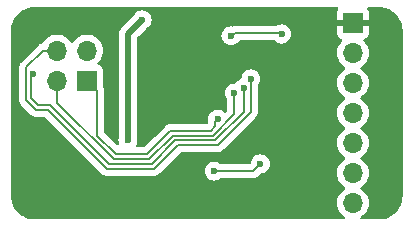
<source format=gbl>
%TF.GenerationSoftware,KiCad,Pcbnew,8.0.3*%
%TF.CreationDate,2024-06-23T18:20:20+02:00*%
%TF.ProjectId,PCF2131-breakout,50434632-3133-4312-9d62-7265616b6f75,rev?*%
%TF.SameCoordinates,Original*%
%TF.FileFunction,Copper,L2,Bot*%
%TF.FilePolarity,Positive*%
%FSLAX46Y46*%
G04 Gerber Fmt 4.6, Leading zero omitted, Abs format (unit mm)*
G04 Created by KiCad (PCBNEW 8.0.3) date 2024-06-23 18:20:20*
%MOMM*%
%LPD*%
G01*
G04 APERTURE LIST*
%TA.AperFunction,ComponentPad*%
%ADD10R,1.700000X1.700000*%
%TD*%
%TA.AperFunction,ComponentPad*%
%ADD11O,1.700000X1.700000*%
%TD*%
%TA.AperFunction,ViaPad*%
%ADD12C,0.600000*%
%TD*%
%TA.AperFunction,Conductor*%
%ADD13C,0.200000*%
%TD*%
%TA.AperFunction,Conductor*%
%ADD14C,0.500000*%
%TD*%
G04 APERTURE END LIST*
D10*
%TO.P,J2,1,Pin_1*%
%TO.N,GND*%
X126437776Y-64859577D03*
D11*
%TO.P,J2,2,Pin_2*%
%TO.N,INTA*%
X126437776Y-67399577D03*
%TO.P,J2,3,Pin_3*%
%TO.N,INTB*%
X126437776Y-69939577D03*
%TO.P,J2,4,Pin_4*%
%TO.N,CLKOUT*%
X126437776Y-72479577D03*
%TO.P,J2,5,Pin_5*%
%TO.N,SDA*%
X126437776Y-75019577D03*
%TO.P,J2,6,Pin_6*%
%TO.N,SCL*%
X126437776Y-77559577D03*
%TO.P,J2,7,Pin_7*%
%TO.N,VDD*%
X126437776Y-80099577D03*
%TD*%
D10*
%TO.P,J1,1,Pin_1*%
%TO.N,TS1*%
X103940000Y-69740000D03*
D11*
%TO.P,J1,2,Pin_2*%
%TO.N,TS2*%
X101400000Y-69740000D03*
%TO.P,J1,3,Pin_3*%
%TO.N,TS3*%
X103940000Y-67200000D03*
%TO.P,J1,4,Pin_4*%
%TO.N,TS4*%
X101400000Y-67200000D03*
%TD*%
D12*
%TO.N,GND*%
X114000000Y-66200000D03*
%TO.N,TS3*%
X99400000Y-69200000D03*
%TO.N,GND*%
X108600000Y-69800000D03*
%TO.N,TS1*%
X115000000Y-73000000D03*
%TO.N,TS2*%
X116400000Y-70800000D03*
%TO.N,TS3*%
X117200000Y-70400000D03*
%TO.N,TS4*%
X117800000Y-69600000D03*
%TO.N,GND*%
X115200000Y-71200000D03*
X121200000Y-78000000D03*
%TO.N,INTA*%
X120400000Y-65800000D03*
X116119310Y-65962093D03*
%TO.N,VDD*%
X108600000Y-64600000D03*
X107400000Y-74800000D03*
%TO.N,SCL*%
X118600000Y-76800000D03*
X114704948Y-77400000D03*
%TO.N,GND*%
X129200000Y-78800000D03*
%TD*%
D13*
%TO.N,TS3*%
X117200000Y-70400000D02*
X117200000Y-72400000D01*
X114800000Y-74800000D02*
X111400000Y-74800000D01*
X111400000Y-74800000D02*
X109400000Y-76800000D01*
X99200000Y-69400000D02*
X99400000Y-69200000D01*
X109400000Y-76800000D02*
X105800000Y-76800000D01*
X117200000Y-72400000D02*
X114800000Y-74800000D01*
X105800000Y-76800000D02*
X100800000Y-71800000D01*
X100800000Y-71800000D02*
X99800000Y-71800000D01*
X99800000Y-71800000D02*
X99200000Y-71200000D01*
X99200000Y-71200000D02*
X99200000Y-69400000D01*
%TO.N,TS4*%
X117800000Y-69600000D02*
X117800000Y-72400000D01*
X100600000Y-72200000D02*
X99600000Y-72200000D01*
X98800000Y-68600000D02*
X100200000Y-67200000D01*
X117800000Y-72400000D02*
X115000000Y-75200000D01*
X98800000Y-71400000D02*
X98800000Y-68600000D01*
X115000000Y-75200000D02*
X111600000Y-75200000D01*
X111600000Y-75200000D02*
X109600000Y-77200000D01*
X109600000Y-77200000D02*
X105600000Y-77200000D01*
X105600000Y-77200000D02*
X100600000Y-72200000D01*
X99600000Y-72200000D02*
X98800000Y-71400000D01*
X100200000Y-67200000D02*
X101400000Y-67200000D01*
%TO.N,TS2*%
X116400000Y-70800000D02*
X116400000Y-72600000D01*
X116400000Y-72600000D02*
X114600000Y-74400000D01*
X111200000Y-74400000D02*
X109200000Y-76400000D01*
X109200000Y-76400000D02*
X106200000Y-76400000D01*
X114600000Y-74400000D02*
X111200000Y-74400000D01*
X106200000Y-76400000D02*
X101400000Y-71600000D01*
X101400000Y-71600000D02*
X101400000Y-69740000D01*
%TO.N,TS1*%
X115000000Y-73000000D02*
X114800000Y-73200000D01*
X114800000Y-73200000D02*
X114800000Y-73600000D01*
X114800000Y-73600000D02*
X114400000Y-74000000D01*
X114400000Y-74000000D02*
X111000000Y-74000000D01*
X111000000Y-74000000D02*
X109000000Y-76000000D01*
X109000000Y-76000000D02*
X106400000Y-76000000D01*
X106400000Y-76000000D02*
X104800000Y-74400000D01*
X104800000Y-74400000D02*
X104800000Y-70600000D01*
X104800000Y-70600000D02*
X103940000Y-69740000D01*
%TO.N,INTA*%
X116496055Y-65703945D02*
X116237907Y-65962093D01*
X120303945Y-65703945D02*
X116496055Y-65703945D01*
X120400000Y-65800000D02*
X120303945Y-65703945D01*
X116237907Y-65962093D02*
X116119310Y-65962093D01*
%TO.N,SCL*%
X114704948Y-77400000D02*
X118000000Y-77400000D01*
X118000000Y-77400000D02*
X118600000Y-76800000D01*
D14*
%TO.N,VDD*%
X107400000Y-74800000D02*
X107400000Y-65800000D01*
X107400000Y-65800000D02*
X108600000Y-64600000D01*
D13*
%TO.N,INTB*%
X126298199Y-69800000D02*
X126437776Y-69939577D01*
%TD*%
%TA.AperFunction,Conductor*%
%TO.N,GND*%
G36*
X125163607Y-63520185D02*
G01*
X125209362Y-63572989D01*
X125219306Y-63642147D01*
X125195834Y-63698811D01*
X125144425Y-63767483D01*
X125144421Y-63767490D01*
X125094179Y-63902197D01*
X125094177Y-63902204D01*
X125087776Y-63961732D01*
X125087776Y-64609577D01*
X126004764Y-64609577D01*
X125971851Y-64666584D01*
X125937776Y-64793751D01*
X125937776Y-64925403D01*
X125971851Y-65052570D01*
X126004764Y-65109577D01*
X125087776Y-65109577D01*
X125087776Y-65757421D01*
X125094177Y-65816949D01*
X125094179Y-65816956D01*
X125144421Y-65951663D01*
X125144425Y-65951670D01*
X125230585Y-66066764D01*
X125230588Y-66066767D01*
X125345682Y-66152927D01*
X125345689Y-66152931D01*
X125477246Y-66201998D01*
X125533179Y-66243869D01*
X125557597Y-66309333D01*
X125542746Y-66377606D01*
X125521595Y-66405861D01*
X125399279Y-66528177D01*
X125263741Y-66721746D01*
X125263740Y-66721748D01*
X125163874Y-66935912D01*
X125163870Y-66935921D01*
X125102714Y-67164163D01*
X125102712Y-67164173D01*
X125082117Y-67399576D01*
X125082117Y-67399577D01*
X125102712Y-67634980D01*
X125102714Y-67634990D01*
X125163870Y-67863232D01*
X125163872Y-67863236D01*
X125163873Y-67863240D01*
X125243375Y-68033732D01*
X125263741Y-68077407D01*
X125263743Y-68077411D01*
X125399277Y-68270972D01*
X125399282Y-68270979D01*
X125566373Y-68438070D01*
X125566379Y-68438075D01*
X125751934Y-68568002D01*
X125795559Y-68622579D01*
X125802753Y-68692077D01*
X125771230Y-68754432D01*
X125751934Y-68771152D01*
X125566373Y-68901082D01*
X125399281Y-69068174D01*
X125263741Y-69261746D01*
X125263740Y-69261748D01*
X125163874Y-69475912D01*
X125163870Y-69475921D01*
X125102714Y-69704163D01*
X125102712Y-69704173D01*
X125082117Y-69939576D01*
X125082117Y-69939577D01*
X125102712Y-70174980D01*
X125102714Y-70174990D01*
X125163870Y-70403232D01*
X125163872Y-70403236D01*
X125163873Y-70403240D01*
X125260938Y-70611395D01*
X125263741Y-70617407D01*
X125263743Y-70617411D01*
X125399277Y-70810972D01*
X125399282Y-70810979D01*
X125566373Y-70978070D01*
X125566379Y-70978075D01*
X125751934Y-71108002D01*
X125795559Y-71162579D01*
X125802753Y-71232077D01*
X125771230Y-71294432D01*
X125751934Y-71311152D01*
X125566373Y-71441082D01*
X125399281Y-71608174D01*
X125263741Y-71801746D01*
X125263740Y-71801748D01*
X125163874Y-72015912D01*
X125163870Y-72015921D01*
X125102714Y-72244163D01*
X125102712Y-72244173D01*
X125082117Y-72479576D01*
X125082117Y-72479577D01*
X125102712Y-72714980D01*
X125102714Y-72714990D01*
X125163870Y-72943232D01*
X125163872Y-72943236D01*
X125163873Y-72943240D01*
X125263741Y-73157407D01*
X125263743Y-73157411D01*
X125399277Y-73350972D01*
X125399282Y-73350979D01*
X125566373Y-73518070D01*
X125566379Y-73518075D01*
X125751934Y-73648002D01*
X125795559Y-73702579D01*
X125802753Y-73772077D01*
X125771230Y-73834432D01*
X125751934Y-73851152D01*
X125566373Y-73981082D01*
X125399281Y-74148174D01*
X125263741Y-74341746D01*
X125263740Y-74341748D01*
X125163874Y-74555912D01*
X125163870Y-74555921D01*
X125102714Y-74784163D01*
X125102712Y-74784173D01*
X125082117Y-75019576D01*
X125082117Y-75019577D01*
X125102712Y-75254980D01*
X125102714Y-75254990D01*
X125163870Y-75483232D01*
X125163872Y-75483236D01*
X125163873Y-75483240D01*
X125255866Y-75680519D01*
X125263741Y-75697407D01*
X125263743Y-75697411D01*
X125399277Y-75890972D01*
X125399282Y-75890979D01*
X125566373Y-76058070D01*
X125566379Y-76058075D01*
X125751934Y-76188002D01*
X125795559Y-76242579D01*
X125802753Y-76312077D01*
X125771230Y-76374432D01*
X125751934Y-76391152D01*
X125566373Y-76521082D01*
X125399281Y-76688174D01*
X125263741Y-76881746D01*
X125263740Y-76881748D01*
X125163874Y-77095912D01*
X125163870Y-77095921D01*
X125102714Y-77324163D01*
X125102712Y-77324173D01*
X125082117Y-77559576D01*
X125082117Y-77559577D01*
X125102712Y-77794980D01*
X125102714Y-77794990D01*
X125163870Y-78023232D01*
X125163872Y-78023236D01*
X125163873Y-78023240D01*
X125211692Y-78125788D01*
X125263741Y-78237407D01*
X125263743Y-78237411D01*
X125399277Y-78430972D01*
X125399282Y-78430979D01*
X125566373Y-78598070D01*
X125566379Y-78598075D01*
X125751934Y-78728002D01*
X125795559Y-78782579D01*
X125802753Y-78852077D01*
X125771230Y-78914432D01*
X125751934Y-78931152D01*
X125566373Y-79061082D01*
X125399281Y-79228174D01*
X125263741Y-79421746D01*
X125263740Y-79421748D01*
X125163874Y-79635912D01*
X125163870Y-79635921D01*
X125102714Y-79864163D01*
X125102712Y-79864173D01*
X125082117Y-80099576D01*
X125082117Y-80099577D01*
X125102712Y-80334980D01*
X125102714Y-80334990D01*
X125163870Y-80563232D01*
X125163872Y-80563236D01*
X125163873Y-80563240D01*
X125263741Y-80777407D01*
X125263743Y-80777411D01*
X125399277Y-80970972D01*
X125399282Y-80970979D01*
X125566373Y-81138070D01*
X125566379Y-81138075D01*
X125760393Y-81273925D01*
X125804018Y-81328502D01*
X125811212Y-81398000D01*
X125779689Y-81460355D01*
X125719459Y-81495769D01*
X125689270Y-81499500D01*
X99504067Y-81499500D01*
X99495957Y-81499235D01*
X99247116Y-81482925D01*
X99231035Y-81480807D01*
X98990464Y-81432954D01*
X98974797Y-81428756D01*
X98742520Y-81349909D01*
X98727534Y-81343702D01*
X98507539Y-81235212D01*
X98493492Y-81227102D01*
X98289539Y-81090825D01*
X98276671Y-81080951D01*
X98092250Y-80919218D01*
X98080781Y-80907749D01*
X97919048Y-80723328D01*
X97909174Y-80710460D01*
X97772897Y-80506507D01*
X97764787Y-80492460D01*
X97658855Y-80277652D01*
X97656294Y-80272458D01*
X97650090Y-80257479D01*
X97571243Y-80025202D01*
X97567045Y-80009535D01*
X97559186Y-79970026D01*
X97519190Y-79768953D01*
X97517075Y-79752895D01*
X97500765Y-79504043D01*
X97500500Y-79495933D01*
X97500500Y-71479054D01*
X98199498Y-71479054D01*
X98240422Y-71631783D01*
X98267715Y-71679055D01*
X98267717Y-71679058D01*
X98319479Y-71768714D01*
X98319481Y-71768717D01*
X98438349Y-71887585D01*
X98438355Y-71887590D01*
X99115139Y-72564374D01*
X99115149Y-72564385D01*
X99119479Y-72568715D01*
X99119480Y-72568716D01*
X99231284Y-72680520D01*
X99318095Y-72730639D01*
X99318097Y-72730641D01*
X99356151Y-72752611D01*
X99368215Y-72759577D01*
X99520943Y-72800501D01*
X99520946Y-72800501D01*
X99686653Y-72800501D01*
X99686669Y-72800500D01*
X100299903Y-72800500D01*
X100366942Y-72820185D01*
X100387584Y-72836819D01*
X105115139Y-77564374D01*
X105115149Y-77564385D01*
X105119479Y-77568715D01*
X105119480Y-77568716D01*
X105231284Y-77680520D01*
X105318095Y-77730639D01*
X105318097Y-77730641D01*
X105356151Y-77752611D01*
X105368215Y-77759577D01*
X105520943Y-77800501D01*
X105520946Y-77800501D01*
X105686653Y-77800501D01*
X105686669Y-77800500D01*
X109513331Y-77800500D01*
X109513347Y-77800501D01*
X109520943Y-77800501D01*
X109679054Y-77800501D01*
X109679057Y-77800501D01*
X109831785Y-77759577D01*
X109881904Y-77730639D01*
X109968716Y-77680520D01*
X110080520Y-77568716D01*
X110080520Y-77568714D01*
X110090728Y-77558507D01*
X110090729Y-77558504D01*
X110249237Y-77399996D01*
X113899383Y-77399996D01*
X113899383Y-77400003D01*
X113919578Y-77579249D01*
X113919579Y-77579254D01*
X113979159Y-77749523D01*
X114075132Y-77902262D01*
X114202686Y-78029816D01*
X114355426Y-78125789D01*
X114525693Y-78185368D01*
X114525698Y-78185369D01*
X114704944Y-78205565D01*
X114704948Y-78205565D01*
X114704952Y-78205565D01*
X114884197Y-78185369D01*
X114884200Y-78185368D01*
X114884203Y-78185368D01*
X115054470Y-78125789D01*
X115207210Y-78029816D01*
X115207215Y-78029810D01*
X115210045Y-78027555D01*
X115212223Y-78026665D01*
X115213106Y-78026111D01*
X115213203Y-78026265D01*
X115274731Y-78001145D01*
X115287360Y-78000500D01*
X117913331Y-78000500D01*
X117913347Y-78000501D01*
X117920943Y-78000501D01*
X118079054Y-78000501D01*
X118079057Y-78000501D01*
X118231785Y-77959577D01*
X118281904Y-77930639D01*
X118368716Y-77880520D01*
X118480520Y-77768716D01*
X118480520Y-77768714D01*
X118490728Y-77758507D01*
X118490730Y-77758504D01*
X118618535Y-77630698D01*
X118679856Y-77597215D01*
X118692311Y-77595163D01*
X118779255Y-77585368D01*
X118949522Y-77525789D01*
X119102262Y-77429816D01*
X119229816Y-77302262D01*
X119325789Y-77149522D01*
X119385368Y-76979255D01*
X119394553Y-76897737D01*
X119405565Y-76800003D01*
X119405565Y-76799996D01*
X119385369Y-76620750D01*
X119385368Y-76620745D01*
X119325788Y-76450476D01*
X119254219Y-76336575D01*
X119229816Y-76297738D01*
X119102262Y-76170184D01*
X118949523Y-76074211D01*
X118779254Y-76014631D01*
X118779249Y-76014630D01*
X118600004Y-75994435D01*
X118599996Y-75994435D01*
X118420750Y-76014630D01*
X118420745Y-76014631D01*
X118250476Y-76074211D01*
X118097737Y-76170184D01*
X117970184Y-76297737D01*
X117874210Y-76450478D01*
X117814630Y-76620750D01*
X117806898Y-76689383D01*
X117779832Y-76753797D01*
X117722237Y-76793352D01*
X117683678Y-76799500D01*
X115287360Y-76799500D01*
X115220321Y-76779815D01*
X115210045Y-76772445D01*
X115207211Y-76770185D01*
X115207210Y-76770184D01*
X115150444Y-76734515D01*
X115054471Y-76674211D01*
X114884202Y-76614631D01*
X114884197Y-76614630D01*
X114704952Y-76594435D01*
X114704944Y-76594435D01*
X114525698Y-76614630D01*
X114525693Y-76614631D01*
X114355424Y-76674211D01*
X114202685Y-76770184D01*
X114075132Y-76897737D01*
X113979159Y-77050476D01*
X113919579Y-77220745D01*
X113919578Y-77220750D01*
X113899383Y-77399996D01*
X110249237Y-77399996D01*
X111812416Y-75836819D01*
X111873739Y-75803334D01*
X111900097Y-75800500D01*
X114913331Y-75800500D01*
X114913347Y-75800501D01*
X114920943Y-75800501D01*
X115079054Y-75800501D01*
X115079057Y-75800501D01*
X115231785Y-75759577D01*
X115281904Y-75730639D01*
X115368716Y-75680520D01*
X115480520Y-75568716D01*
X115480520Y-75568714D01*
X115490728Y-75558507D01*
X115490730Y-75558504D01*
X118158506Y-72890728D01*
X118158511Y-72890724D01*
X118168714Y-72880520D01*
X118168716Y-72880520D01*
X118280520Y-72768716D01*
X118348784Y-72650478D01*
X118348786Y-72650476D01*
X118359576Y-72631787D01*
X118359577Y-72631785D01*
X118400501Y-72479057D01*
X118400501Y-72320943D01*
X118400501Y-72313348D01*
X118400500Y-72313330D01*
X118400500Y-70182412D01*
X118420185Y-70115373D01*
X118427555Y-70105097D01*
X118429810Y-70102267D01*
X118429816Y-70102262D01*
X118525789Y-69949522D01*
X118585368Y-69779255D01*
X118605565Y-69600000D01*
X118599637Y-69547391D01*
X118585369Y-69420750D01*
X118585368Y-69420745D01*
X118525789Y-69250478D01*
X118429816Y-69097738D01*
X118302262Y-68970184D01*
X118253768Y-68939713D01*
X118149523Y-68874211D01*
X117979254Y-68814631D01*
X117979249Y-68814630D01*
X117800004Y-68794435D01*
X117799996Y-68794435D01*
X117620750Y-68814630D01*
X117620745Y-68814631D01*
X117450476Y-68874211D01*
X117297737Y-68970184D01*
X117170184Y-69097737D01*
X117074211Y-69250476D01*
X117014631Y-69420745D01*
X117014630Y-69420750D01*
X117000362Y-69547391D01*
X116973296Y-69611805D01*
X116918097Y-69650549D01*
X116850480Y-69674209D01*
X116697737Y-69770184D01*
X116570185Y-69897736D01*
X116570184Y-69897738D01*
X116543895Y-69939577D01*
X116543642Y-69939979D01*
X116491306Y-69986269D01*
X116424766Y-69997225D01*
X116400003Y-69994435D01*
X116399996Y-69994435D01*
X116220750Y-70014630D01*
X116220745Y-70014631D01*
X116050476Y-70074211D01*
X115897737Y-70170184D01*
X115770184Y-70297737D01*
X115674211Y-70450476D01*
X115614631Y-70620745D01*
X115614630Y-70620750D01*
X115594435Y-70799996D01*
X115594435Y-70800003D01*
X115614630Y-70979249D01*
X115614631Y-70979254D01*
X115674211Y-71149523D01*
X115770185Y-71302263D01*
X115772445Y-71305097D01*
X115773334Y-71307275D01*
X115773889Y-71308158D01*
X115773734Y-71308255D01*
X115798855Y-71369783D01*
X115799500Y-71382412D01*
X115799500Y-72299901D01*
X115779815Y-72366940D01*
X115763180Y-72387584D01*
X115729100Y-72421663D01*
X115667776Y-72455147D01*
X115598085Y-72450161D01*
X115553739Y-72421661D01*
X115502262Y-72370184D01*
X115349523Y-72274211D01*
X115179254Y-72214631D01*
X115179249Y-72214630D01*
X115000004Y-72194435D01*
X114999996Y-72194435D01*
X114820750Y-72214630D01*
X114820745Y-72214631D01*
X114650476Y-72274211D01*
X114497737Y-72370184D01*
X114370184Y-72497737D01*
X114274211Y-72650476D01*
X114214631Y-72820745D01*
X114214630Y-72820750D01*
X114194435Y-72999996D01*
X114194435Y-73000002D01*
X114202900Y-73075130D01*
X114200076Y-73112823D01*
X114200560Y-73112887D01*
X114199499Y-73120945D01*
X114199499Y-73275500D01*
X114179814Y-73342539D01*
X114127010Y-73388294D01*
X114075499Y-73399500D01*
X111079057Y-73399500D01*
X110920943Y-73399500D01*
X110768215Y-73440423D01*
X110768214Y-73440423D01*
X110768212Y-73440424D01*
X110768209Y-73440425D01*
X110718096Y-73469359D01*
X110718095Y-73469360D01*
X110674689Y-73494420D01*
X110631285Y-73519479D01*
X110631282Y-73519481D01*
X110519480Y-73631284D01*
X110519478Y-73631286D01*
X109650737Y-74500028D01*
X108787584Y-75363181D01*
X108726261Y-75396666D01*
X108699903Y-75399500D01*
X108193079Y-75399500D01*
X108126040Y-75379815D01*
X108080285Y-75327011D01*
X108070341Y-75257853D01*
X108088085Y-75209528D01*
X108125788Y-75149523D01*
X108125789Y-75149522D01*
X108185368Y-74979255D01*
X108205565Y-74800000D01*
X108203781Y-74784169D01*
X108185368Y-74620747D01*
X108185368Y-74620745D01*
X108157458Y-74540982D01*
X108150500Y-74500028D01*
X108150500Y-66162228D01*
X108170185Y-66095189D01*
X108186815Y-66074551D01*
X108299277Y-65962089D01*
X115313745Y-65962089D01*
X115313745Y-65962096D01*
X115333940Y-66141342D01*
X115333941Y-66141347D01*
X115393521Y-66311616D01*
X115414209Y-66344540D01*
X115489494Y-66464355D01*
X115617048Y-66591909D01*
X115769788Y-66687882D01*
X115940055Y-66747461D01*
X115940060Y-66747462D01*
X116119306Y-66767658D01*
X116119310Y-66767658D01*
X116119314Y-66767658D01*
X116298559Y-66747462D01*
X116298562Y-66747461D01*
X116298565Y-66747461D01*
X116468832Y-66687882D01*
X116621572Y-66591909D01*
X116749126Y-66464355D01*
X116813143Y-66362471D01*
X116865476Y-66316182D01*
X116918136Y-66304445D01*
X119721005Y-66304445D01*
X119788044Y-66324130D01*
X119808686Y-66340764D01*
X119897738Y-66429816D01*
X119988080Y-66486582D01*
X120044729Y-66522177D01*
X120050478Y-66525789D01*
X120141912Y-66557783D01*
X120220745Y-66585368D01*
X120220750Y-66585369D01*
X120399996Y-66605565D01*
X120400000Y-66605565D01*
X120400004Y-66605565D01*
X120579249Y-66585369D01*
X120579252Y-66585368D01*
X120579255Y-66585368D01*
X120749522Y-66525789D01*
X120902262Y-66429816D01*
X121029816Y-66302262D01*
X121125789Y-66149522D01*
X121185368Y-65979255D01*
X121185369Y-65979249D01*
X121205565Y-65800003D01*
X121205565Y-65799996D01*
X121185369Y-65620750D01*
X121185368Y-65620745D01*
X121141702Y-65495956D01*
X121125789Y-65450478D01*
X121029816Y-65297738D01*
X120902262Y-65170184D01*
X120880529Y-65156528D01*
X120749523Y-65074211D01*
X120579254Y-65014631D01*
X120579249Y-65014630D01*
X120400004Y-64994435D01*
X120399996Y-64994435D01*
X120220750Y-65014630D01*
X120220737Y-65014633D01*
X120050480Y-65074209D01*
X120034198Y-65084440D01*
X119968228Y-65103445D01*
X116416995Y-65103445D01*
X116376074Y-65114409D01*
X116376074Y-65114410D01*
X116326776Y-65127619D01*
X116264266Y-65144369D01*
X116258309Y-65147809D01*
X116190408Y-65164278D01*
X116182432Y-65163639D01*
X116119314Y-65156528D01*
X116119306Y-65156528D01*
X115940060Y-65176723D01*
X115940055Y-65176724D01*
X115769786Y-65236304D01*
X115617047Y-65332277D01*
X115489494Y-65459830D01*
X115393521Y-65612569D01*
X115333941Y-65782838D01*
X115333940Y-65782843D01*
X115313745Y-65962089D01*
X108299277Y-65962089D01*
X108908059Y-65353306D01*
X108944132Y-65330657D01*
X108943244Y-65328813D01*
X108949515Y-65325792D01*
X108949516Y-65325790D01*
X108949522Y-65325789D01*
X109102262Y-65229816D01*
X109229816Y-65102262D01*
X109325789Y-64949522D01*
X109385368Y-64779255D01*
X109405565Y-64600000D01*
X109395147Y-64507539D01*
X109385369Y-64420750D01*
X109385368Y-64420745D01*
X109339457Y-64289539D01*
X109325789Y-64250478D01*
X109229816Y-64097738D01*
X109102262Y-63970184D01*
X109020880Y-63919048D01*
X108949523Y-63874211D01*
X108779254Y-63814631D01*
X108779249Y-63814630D01*
X108600004Y-63794435D01*
X108599996Y-63794435D01*
X108420750Y-63814630D01*
X108420745Y-63814631D01*
X108250476Y-63874211D01*
X108097737Y-63970184D01*
X107970184Y-64097737D01*
X107874208Y-64250483D01*
X107871186Y-64256758D01*
X107869361Y-64255878D01*
X107846692Y-64291939D01*
X106817050Y-65321581D01*
X106817047Y-65321585D01*
X106787724Y-65365469D01*
X106787725Y-65365470D01*
X106734914Y-65444508D01*
X106678343Y-65581082D01*
X106678340Y-65581092D01*
X106649500Y-65726079D01*
X106649500Y-74500028D01*
X106642542Y-74540982D01*
X106614631Y-74620747D01*
X106594435Y-74799996D01*
X106594435Y-74800003D01*
X106614630Y-74979249D01*
X106614632Y-74979257D01*
X106643042Y-75060448D01*
X106646603Y-75130227D01*
X106611874Y-75190854D01*
X106549881Y-75223081D01*
X106480305Y-75216676D01*
X106438319Y-75189083D01*
X105436819Y-74187583D01*
X105403334Y-74126260D01*
X105400500Y-74099902D01*
X105400500Y-70689060D01*
X105400501Y-70689047D01*
X105400501Y-70520944D01*
X105400501Y-70520943D01*
X105359577Y-70368216D01*
X105307112Y-70277343D01*
X105290499Y-70215343D01*
X105290499Y-68842129D01*
X105290498Y-68842123D01*
X105284091Y-68782516D01*
X105233797Y-68647671D01*
X105233793Y-68647664D01*
X105147547Y-68532455D01*
X105147544Y-68532452D01*
X105032335Y-68446206D01*
X105032328Y-68446202D01*
X104900917Y-68397189D01*
X104844983Y-68355318D01*
X104820566Y-68289853D01*
X104835418Y-68221580D01*
X104856563Y-68193332D01*
X104978495Y-68071401D01*
X105114035Y-67877830D01*
X105213903Y-67663663D01*
X105275063Y-67435408D01*
X105295659Y-67200000D01*
X105275063Y-66964592D01*
X105213903Y-66736337D01*
X105114035Y-66522171D01*
X105108425Y-66514158D01*
X104978494Y-66328597D01*
X104811402Y-66161506D01*
X104811395Y-66161501D01*
X104794287Y-66149522D01*
X104716692Y-66095189D01*
X104617834Y-66025967D01*
X104617830Y-66025965D01*
X104517658Y-65979254D01*
X104403663Y-65926097D01*
X104403659Y-65926096D01*
X104403655Y-65926094D01*
X104175413Y-65864938D01*
X104175403Y-65864936D01*
X103940001Y-65844341D01*
X103939999Y-65844341D01*
X103704596Y-65864936D01*
X103704586Y-65864938D01*
X103476344Y-65926094D01*
X103476335Y-65926098D01*
X103262171Y-66025964D01*
X103262169Y-66025965D01*
X103068597Y-66161505D01*
X102901505Y-66328597D01*
X102771575Y-66514158D01*
X102716998Y-66557783D01*
X102647500Y-66564977D01*
X102585145Y-66533454D01*
X102568425Y-66514158D01*
X102438494Y-66328597D01*
X102271402Y-66161506D01*
X102271395Y-66161501D01*
X102254287Y-66149522D01*
X102176692Y-66095189D01*
X102077834Y-66025967D01*
X102077830Y-66025965D01*
X101977658Y-65979254D01*
X101863663Y-65926097D01*
X101863659Y-65926096D01*
X101863655Y-65926094D01*
X101635413Y-65864938D01*
X101635403Y-65864936D01*
X101400001Y-65844341D01*
X101399999Y-65844341D01*
X101164596Y-65864936D01*
X101164586Y-65864938D01*
X100936344Y-65926094D01*
X100936335Y-65926098D01*
X100722171Y-66025964D01*
X100722169Y-66025965D01*
X100528597Y-66161505D01*
X100361505Y-66328597D01*
X100225965Y-66522169D01*
X100225960Y-66522177D01*
X100223162Y-66528179D01*
X100176986Y-66580615D01*
X100126976Y-66598704D01*
X100120951Y-66599497D01*
X100120944Y-66599499D01*
X100120943Y-66599499D01*
X100098305Y-66605565D01*
X99968210Y-66640424D01*
X99968209Y-66640425D01*
X99918096Y-66669359D01*
X99918095Y-66669360D01*
X99886014Y-66687882D01*
X99831285Y-66719479D01*
X99831282Y-66719481D01*
X98319481Y-68231282D01*
X98319479Y-68231285D01*
X98315315Y-68238498D01*
X98285666Y-68289853D01*
X98269361Y-68318094D01*
X98269359Y-68318096D01*
X98240425Y-68368209D01*
X98240424Y-68368210D01*
X98234719Y-68389501D01*
X98199499Y-68520943D01*
X98199499Y-68520945D01*
X98199499Y-68689046D01*
X98199500Y-68689059D01*
X98199500Y-71313330D01*
X98199499Y-71313348D01*
X98199499Y-71479054D01*
X98199498Y-71479054D01*
X97500500Y-71479054D01*
X97500500Y-65504066D01*
X97500765Y-65495956D01*
X97504819Y-65434108D01*
X97517075Y-65247102D01*
X97519190Y-65231048D01*
X97567045Y-64990462D01*
X97571243Y-64974797D01*
X97632700Y-64793751D01*
X97650093Y-64742512D01*
X97656291Y-64727547D01*
X97764790Y-64507533D01*
X97772893Y-64493498D01*
X97909182Y-64289527D01*
X97919039Y-64276681D01*
X98080786Y-64092244D01*
X98092244Y-64080786D01*
X98276681Y-63919039D01*
X98289527Y-63909182D01*
X98493498Y-63772893D01*
X98507533Y-63764790D01*
X98727547Y-63656291D01*
X98742512Y-63650093D01*
X98969653Y-63572989D01*
X98974797Y-63571243D01*
X98990464Y-63567045D01*
X99000373Y-63565074D01*
X99231048Y-63519190D01*
X99247102Y-63517075D01*
X99495957Y-63500765D01*
X99504067Y-63500500D01*
X99565892Y-63500500D01*
X125096568Y-63500500D01*
X125163607Y-63520185D01*
G37*
%TD.AperFunction*%
%TA.AperFunction,Conductor*%
G36*
X128654043Y-63500765D02*
G01*
X128902895Y-63517075D01*
X128918953Y-63519190D01*
X129126105Y-63560395D01*
X129159535Y-63567045D01*
X129175202Y-63571243D01*
X129344947Y-63628863D01*
X129407481Y-63650091D01*
X129422458Y-63656294D01*
X129508674Y-63698811D01*
X129642460Y-63764787D01*
X129656508Y-63772897D01*
X129860464Y-63909177D01*
X129873328Y-63919048D01*
X130057749Y-64080781D01*
X130069218Y-64092250D01*
X130226790Y-64271927D01*
X130230951Y-64276671D01*
X130240825Y-64289539D01*
X130377102Y-64493492D01*
X130385212Y-64507539D01*
X130493702Y-64727534D01*
X130499909Y-64742520D01*
X130578756Y-64974797D01*
X130582954Y-64990464D01*
X130630807Y-65231035D01*
X130632925Y-65247116D01*
X130649235Y-65495956D01*
X130649500Y-65504066D01*
X130649500Y-79495933D01*
X130649235Y-79504043D01*
X130632925Y-79752883D01*
X130630807Y-79768964D01*
X130582954Y-80009535D01*
X130578756Y-80025202D01*
X130499909Y-80257479D01*
X130493702Y-80272465D01*
X130385212Y-80492460D01*
X130377102Y-80506507D01*
X130240825Y-80710460D01*
X130230951Y-80723328D01*
X130069218Y-80907749D01*
X130057749Y-80919218D01*
X129873328Y-81080951D01*
X129860460Y-81090825D01*
X129656507Y-81227102D01*
X129642460Y-81235212D01*
X129422465Y-81343702D01*
X129407479Y-81349909D01*
X129175202Y-81428756D01*
X129159535Y-81432954D01*
X128918964Y-81480807D01*
X128902883Y-81482925D01*
X128654043Y-81499235D01*
X128645933Y-81499500D01*
X127186282Y-81499500D01*
X127119243Y-81479815D01*
X127073488Y-81427011D01*
X127063544Y-81357853D01*
X127092569Y-81294297D01*
X127115159Y-81273925D01*
X127170447Y-81235212D01*
X127309177Y-81138072D01*
X127476271Y-80970978D01*
X127611811Y-80777407D01*
X127711679Y-80563240D01*
X127772839Y-80334985D01*
X127793435Y-80099577D01*
X127772839Y-79864169D01*
X127711679Y-79635914D01*
X127611811Y-79421748D01*
X127476271Y-79228176D01*
X127476270Y-79228174D01*
X127309178Y-79061083D01*
X127309172Y-79061078D01*
X127123618Y-78931152D01*
X127079993Y-78876575D01*
X127072799Y-78807077D01*
X127104322Y-78744722D01*
X127123618Y-78728002D01*
X127145802Y-78712468D01*
X127309177Y-78598072D01*
X127476271Y-78430978D01*
X127611811Y-78237407D01*
X127711679Y-78023240D01*
X127772839Y-77794985D01*
X127793435Y-77559577D01*
X127772839Y-77324169D01*
X127711679Y-77095914D01*
X127611811Y-76881748D01*
X127533694Y-76770184D01*
X127476270Y-76688174D01*
X127309178Y-76521083D01*
X127309172Y-76521078D01*
X127123618Y-76391152D01*
X127079993Y-76336575D01*
X127072799Y-76267077D01*
X127104322Y-76204722D01*
X127123618Y-76188002D01*
X127286128Y-76074211D01*
X127309177Y-76058072D01*
X127476271Y-75890978D01*
X127611811Y-75697407D01*
X127711679Y-75483240D01*
X127772839Y-75254985D01*
X127793435Y-75019577D01*
X127772839Y-74784169D01*
X127711679Y-74555914D01*
X127611811Y-74341748D01*
X127478434Y-74151264D01*
X127476270Y-74148174D01*
X127309178Y-73981083D01*
X127309172Y-73981078D01*
X127123618Y-73851152D01*
X127079993Y-73796575D01*
X127072799Y-73727077D01*
X127104322Y-73664722D01*
X127123618Y-73648002D01*
X127147494Y-73631284D01*
X127309177Y-73518072D01*
X127476271Y-73350978D01*
X127611811Y-73157407D01*
X127711679Y-72943240D01*
X127772839Y-72714985D01*
X127793435Y-72479577D01*
X127772839Y-72244169D01*
X127711679Y-72015914D01*
X127611811Y-71801748D01*
X127588681Y-71768714D01*
X127476270Y-71608174D01*
X127309178Y-71441083D01*
X127309172Y-71441078D01*
X127123618Y-71311152D01*
X127079993Y-71256575D01*
X127072799Y-71187077D01*
X127104322Y-71124722D01*
X127123618Y-71108002D01*
X127157766Y-71084091D01*
X127309177Y-70978072D01*
X127476271Y-70810978D01*
X127611811Y-70617407D01*
X127711679Y-70403240D01*
X127772839Y-70174985D01*
X127793435Y-69939577D01*
X127772839Y-69704169D01*
X127711679Y-69475914D01*
X127611811Y-69261748D01*
X127603919Y-69250476D01*
X127476270Y-69068174D01*
X127309178Y-68901083D01*
X127309172Y-68901078D01*
X127123618Y-68771152D01*
X127079993Y-68716575D01*
X127072799Y-68647077D01*
X127104322Y-68584722D01*
X127123618Y-68568002D01*
X127174386Y-68532454D01*
X127309177Y-68438072D01*
X127476271Y-68270978D01*
X127611811Y-68077407D01*
X127711679Y-67863240D01*
X127772839Y-67634985D01*
X127793435Y-67399577D01*
X127772839Y-67164169D01*
X127711679Y-66935914D01*
X127611811Y-66721748D01*
X127610222Y-66719479D01*
X127476272Y-66528177D01*
X127462253Y-66514158D01*
X127353955Y-66405860D01*
X127320472Y-66344540D01*
X127325456Y-66274848D01*
X127367327Y-66218914D01*
X127398305Y-66201999D01*
X127529862Y-66152931D01*
X127529869Y-66152927D01*
X127644963Y-66066767D01*
X127644966Y-66066764D01*
X127731126Y-65951670D01*
X127731130Y-65951663D01*
X127781372Y-65816956D01*
X127781374Y-65816949D01*
X127787775Y-65757421D01*
X127787776Y-65757404D01*
X127787776Y-65109577D01*
X126870788Y-65109577D01*
X126903701Y-65052570D01*
X126937776Y-64925403D01*
X126937776Y-64793751D01*
X126903701Y-64666584D01*
X126870788Y-64609577D01*
X127787776Y-64609577D01*
X127787776Y-63961749D01*
X127787775Y-63961732D01*
X127781374Y-63902204D01*
X127781372Y-63902197D01*
X127731130Y-63767490D01*
X127731126Y-63767483D01*
X127679718Y-63698811D01*
X127655300Y-63633347D01*
X127670151Y-63565074D01*
X127719556Y-63515668D01*
X127778984Y-63500500D01*
X128584108Y-63500500D01*
X128645933Y-63500500D01*
X128654043Y-63500765D01*
G37*
%TD.AperFunction*%
%TD*%
M02*

</source>
